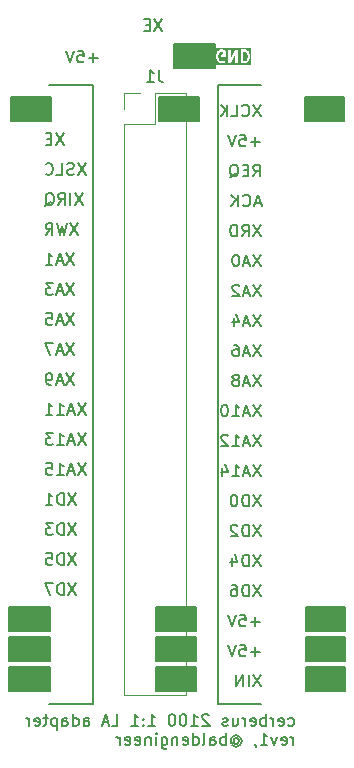
<source format=gbr>
%TF.GenerationSoftware,KiCad,Pcbnew,8.0.1*%
%TF.CreationDate,2024-04-11T20:05:41-05:00*%
%TF.ProjectId,One-to-One LA Adapter,4f6e652d-746f-42d4-9f6e-65204c412041,rev?*%
%TF.SameCoordinates,Original*%
%TF.FileFunction,Legend,Bot*%
%TF.FilePolarity,Positive*%
%FSLAX46Y46*%
G04 Gerber Fmt 4.6, Leading zero omitted, Abs format (unit mm)*
G04 Created by KiCad (PCBNEW 8.0.1) date 2024-04-11 20:05:41*
%MOMM*%
%LPD*%
G01*
G04 APERTURE LIST*
%ADD10C,0.150000*%
%ADD11C,0.200000*%
%ADD12C,0.120000*%
G04 APERTURE END LIST*
D10*
X162429649Y-118227256D02*
X162524887Y-118274875D01*
X162524887Y-118274875D02*
X162715363Y-118274875D01*
X162715363Y-118274875D02*
X162810601Y-118227256D01*
X162810601Y-118227256D02*
X162858220Y-118179636D01*
X162858220Y-118179636D02*
X162905839Y-118084398D01*
X162905839Y-118084398D02*
X162905839Y-117798684D01*
X162905839Y-117798684D02*
X162858220Y-117703446D01*
X162858220Y-117703446D02*
X162810601Y-117655827D01*
X162810601Y-117655827D02*
X162715363Y-117608208D01*
X162715363Y-117608208D02*
X162524887Y-117608208D01*
X162524887Y-117608208D02*
X162429649Y-117655827D01*
X161620125Y-118227256D02*
X161715363Y-118274875D01*
X161715363Y-118274875D02*
X161905839Y-118274875D01*
X161905839Y-118274875D02*
X162001077Y-118227256D01*
X162001077Y-118227256D02*
X162048696Y-118132017D01*
X162048696Y-118132017D02*
X162048696Y-117751065D01*
X162048696Y-117751065D02*
X162001077Y-117655827D01*
X162001077Y-117655827D02*
X161905839Y-117608208D01*
X161905839Y-117608208D02*
X161715363Y-117608208D01*
X161715363Y-117608208D02*
X161620125Y-117655827D01*
X161620125Y-117655827D02*
X161572506Y-117751065D01*
X161572506Y-117751065D02*
X161572506Y-117846303D01*
X161572506Y-117846303D02*
X162048696Y-117941541D01*
X161143934Y-118274875D02*
X161143934Y-117608208D01*
X161143934Y-117798684D02*
X161096315Y-117703446D01*
X161096315Y-117703446D02*
X161048696Y-117655827D01*
X161048696Y-117655827D02*
X160953458Y-117608208D01*
X160953458Y-117608208D02*
X160858220Y-117608208D01*
X160524886Y-118274875D02*
X160524886Y-117274875D01*
X160524886Y-117655827D02*
X160429648Y-117608208D01*
X160429648Y-117608208D02*
X160239172Y-117608208D01*
X160239172Y-117608208D02*
X160143934Y-117655827D01*
X160143934Y-117655827D02*
X160096315Y-117703446D01*
X160096315Y-117703446D02*
X160048696Y-117798684D01*
X160048696Y-117798684D02*
X160048696Y-118084398D01*
X160048696Y-118084398D02*
X160096315Y-118179636D01*
X160096315Y-118179636D02*
X160143934Y-118227256D01*
X160143934Y-118227256D02*
X160239172Y-118274875D01*
X160239172Y-118274875D02*
X160429648Y-118274875D01*
X160429648Y-118274875D02*
X160524886Y-118227256D01*
X159239172Y-118227256D02*
X159334410Y-118274875D01*
X159334410Y-118274875D02*
X159524886Y-118274875D01*
X159524886Y-118274875D02*
X159620124Y-118227256D01*
X159620124Y-118227256D02*
X159667743Y-118132017D01*
X159667743Y-118132017D02*
X159667743Y-117751065D01*
X159667743Y-117751065D02*
X159620124Y-117655827D01*
X159620124Y-117655827D02*
X159524886Y-117608208D01*
X159524886Y-117608208D02*
X159334410Y-117608208D01*
X159334410Y-117608208D02*
X159239172Y-117655827D01*
X159239172Y-117655827D02*
X159191553Y-117751065D01*
X159191553Y-117751065D02*
X159191553Y-117846303D01*
X159191553Y-117846303D02*
X159667743Y-117941541D01*
X158762981Y-118274875D02*
X158762981Y-117608208D01*
X158762981Y-117798684D02*
X158715362Y-117703446D01*
X158715362Y-117703446D02*
X158667743Y-117655827D01*
X158667743Y-117655827D02*
X158572505Y-117608208D01*
X158572505Y-117608208D02*
X158477267Y-117608208D01*
X157715362Y-117608208D02*
X157715362Y-118274875D01*
X158143933Y-117608208D02*
X158143933Y-118132017D01*
X158143933Y-118132017D02*
X158096314Y-118227256D01*
X158096314Y-118227256D02*
X158001076Y-118274875D01*
X158001076Y-118274875D02*
X157858219Y-118274875D01*
X157858219Y-118274875D02*
X157762981Y-118227256D01*
X157762981Y-118227256D02*
X157715362Y-118179636D01*
X157286790Y-118227256D02*
X157191552Y-118274875D01*
X157191552Y-118274875D02*
X157001076Y-118274875D01*
X157001076Y-118274875D02*
X156905838Y-118227256D01*
X156905838Y-118227256D02*
X156858219Y-118132017D01*
X156858219Y-118132017D02*
X156858219Y-118084398D01*
X156858219Y-118084398D02*
X156905838Y-117989160D01*
X156905838Y-117989160D02*
X157001076Y-117941541D01*
X157001076Y-117941541D02*
X157143933Y-117941541D01*
X157143933Y-117941541D02*
X157239171Y-117893922D01*
X157239171Y-117893922D02*
X157286790Y-117798684D01*
X157286790Y-117798684D02*
X157286790Y-117751065D01*
X157286790Y-117751065D02*
X157239171Y-117655827D01*
X157239171Y-117655827D02*
X157143933Y-117608208D01*
X157143933Y-117608208D02*
X157001076Y-117608208D01*
X157001076Y-117608208D02*
X156905838Y-117655827D01*
X155715361Y-117370113D02*
X155667742Y-117322494D01*
X155667742Y-117322494D02*
X155572504Y-117274875D01*
X155572504Y-117274875D02*
X155334409Y-117274875D01*
X155334409Y-117274875D02*
X155239171Y-117322494D01*
X155239171Y-117322494D02*
X155191552Y-117370113D01*
X155191552Y-117370113D02*
X155143933Y-117465351D01*
X155143933Y-117465351D02*
X155143933Y-117560589D01*
X155143933Y-117560589D02*
X155191552Y-117703446D01*
X155191552Y-117703446D02*
X155762980Y-118274875D01*
X155762980Y-118274875D02*
X155143933Y-118274875D01*
X154191552Y-118274875D02*
X154762980Y-118274875D01*
X154477266Y-118274875D02*
X154477266Y-117274875D01*
X154477266Y-117274875D02*
X154572504Y-117417732D01*
X154572504Y-117417732D02*
X154667742Y-117512970D01*
X154667742Y-117512970D02*
X154762980Y-117560589D01*
X153572504Y-117274875D02*
X153477266Y-117274875D01*
X153477266Y-117274875D02*
X153382028Y-117322494D01*
X153382028Y-117322494D02*
X153334409Y-117370113D01*
X153334409Y-117370113D02*
X153286790Y-117465351D01*
X153286790Y-117465351D02*
X153239171Y-117655827D01*
X153239171Y-117655827D02*
X153239171Y-117893922D01*
X153239171Y-117893922D02*
X153286790Y-118084398D01*
X153286790Y-118084398D02*
X153334409Y-118179636D01*
X153334409Y-118179636D02*
X153382028Y-118227256D01*
X153382028Y-118227256D02*
X153477266Y-118274875D01*
X153477266Y-118274875D02*
X153572504Y-118274875D01*
X153572504Y-118274875D02*
X153667742Y-118227256D01*
X153667742Y-118227256D02*
X153715361Y-118179636D01*
X153715361Y-118179636D02*
X153762980Y-118084398D01*
X153762980Y-118084398D02*
X153810599Y-117893922D01*
X153810599Y-117893922D02*
X153810599Y-117655827D01*
X153810599Y-117655827D02*
X153762980Y-117465351D01*
X153762980Y-117465351D02*
X153715361Y-117370113D01*
X153715361Y-117370113D02*
X153667742Y-117322494D01*
X153667742Y-117322494D02*
X153572504Y-117274875D01*
X152620123Y-117274875D02*
X152524885Y-117274875D01*
X152524885Y-117274875D02*
X152429647Y-117322494D01*
X152429647Y-117322494D02*
X152382028Y-117370113D01*
X152382028Y-117370113D02*
X152334409Y-117465351D01*
X152334409Y-117465351D02*
X152286790Y-117655827D01*
X152286790Y-117655827D02*
X152286790Y-117893922D01*
X152286790Y-117893922D02*
X152334409Y-118084398D01*
X152334409Y-118084398D02*
X152382028Y-118179636D01*
X152382028Y-118179636D02*
X152429647Y-118227256D01*
X152429647Y-118227256D02*
X152524885Y-118274875D01*
X152524885Y-118274875D02*
X152620123Y-118274875D01*
X152620123Y-118274875D02*
X152715361Y-118227256D01*
X152715361Y-118227256D02*
X152762980Y-118179636D01*
X152762980Y-118179636D02*
X152810599Y-118084398D01*
X152810599Y-118084398D02*
X152858218Y-117893922D01*
X152858218Y-117893922D02*
X152858218Y-117655827D01*
X152858218Y-117655827D02*
X152810599Y-117465351D01*
X152810599Y-117465351D02*
X152762980Y-117370113D01*
X152762980Y-117370113D02*
X152715361Y-117322494D01*
X152715361Y-117322494D02*
X152620123Y-117274875D01*
X150572504Y-118274875D02*
X151143932Y-118274875D01*
X150858218Y-118274875D02*
X150858218Y-117274875D01*
X150858218Y-117274875D02*
X150953456Y-117417732D01*
X150953456Y-117417732D02*
X151048694Y-117512970D01*
X151048694Y-117512970D02*
X151143932Y-117560589D01*
X150143932Y-118179636D02*
X150096313Y-118227256D01*
X150096313Y-118227256D02*
X150143932Y-118274875D01*
X150143932Y-118274875D02*
X150191551Y-118227256D01*
X150191551Y-118227256D02*
X150143932Y-118179636D01*
X150143932Y-118179636D02*
X150143932Y-118274875D01*
X150143932Y-117655827D02*
X150096313Y-117703446D01*
X150096313Y-117703446D02*
X150143932Y-117751065D01*
X150143932Y-117751065D02*
X150191551Y-117703446D01*
X150191551Y-117703446D02*
X150143932Y-117655827D01*
X150143932Y-117655827D02*
X150143932Y-117751065D01*
X149143933Y-118274875D02*
X149715361Y-118274875D01*
X149429647Y-118274875D02*
X149429647Y-117274875D01*
X149429647Y-117274875D02*
X149524885Y-117417732D01*
X149524885Y-117417732D02*
X149620123Y-117512970D01*
X149620123Y-117512970D02*
X149715361Y-117560589D01*
X147477266Y-118274875D02*
X147953456Y-118274875D01*
X147953456Y-118274875D02*
X147953456Y-117274875D01*
X147191551Y-117989160D02*
X146715361Y-117989160D01*
X147286789Y-118274875D02*
X146953456Y-117274875D01*
X146953456Y-117274875D02*
X146620123Y-118274875D01*
X145096313Y-118274875D02*
X145096313Y-117751065D01*
X145096313Y-117751065D02*
X145143932Y-117655827D01*
X145143932Y-117655827D02*
X145239170Y-117608208D01*
X145239170Y-117608208D02*
X145429646Y-117608208D01*
X145429646Y-117608208D02*
X145524884Y-117655827D01*
X145096313Y-118227256D02*
X145191551Y-118274875D01*
X145191551Y-118274875D02*
X145429646Y-118274875D01*
X145429646Y-118274875D02*
X145524884Y-118227256D01*
X145524884Y-118227256D02*
X145572503Y-118132017D01*
X145572503Y-118132017D02*
X145572503Y-118036779D01*
X145572503Y-118036779D02*
X145524884Y-117941541D01*
X145524884Y-117941541D02*
X145429646Y-117893922D01*
X145429646Y-117893922D02*
X145191551Y-117893922D01*
X145191551Y-117893922D02*
X145096313Y-117846303D01*
X144191551Y-118274875D02*
X144191551Y-117274875D01*
X144191551Y-118227256D02*
X144286789Y-118274875D01*
X144286789Y-118274875D02*
X144477265Y-118274875D01*
X144477265Y-118274875D02*
X144572503Y-118227256D01*
X144572503Y-118227256D02*
X144620122Y-118179636D01*
X144620122Y-118179636D02*
X144667741Y-118084398D01*
X144667741Y-118084398D02*
X144667741Y-117798684D01*
X144667741Y-117798684D02*
X144620122Y-117703446D01*
X144620122Y-117703446D02*
X144572503Y-117655827D01*
X144572503Y-117655827D02*
X144477265Y-117608208D01*
X144477265Y-117608208D02*
X144286789Y-117608208D01*
X144286789Y-117608208D02*
X144191551Y-117655827D01*
X143286789Y-118274875D02*
X143286789Y-117751065D01*
X143286789Y-117751065D02*
X143334408Y-117655827D01*
X143334408Y-117655827D02*
X143429646Y-117608208D01*
X143429646Y-117608208D02*
X143620122Y-117608208D01*
X143620122Y-117608208D02*
X143715360Y-117655827D01*
X143286789Y-118227256D02*
X143382027Y-118274875D01*
X143382027Y-118274875D02*
X143620122Y-118274875D01*
X143620122Y-118274875D02*
X143715360Y-118227256D01*
X143715360Y-118227256D02*
X143762979Y-118132017D01*
X143762979Y-118132017D02*
X143762979Y-118036779D01*
X143762979Y-118036779D02*
X143715360Y-117941541D01*
X143715360Y-117941541D02*
X143620122Y-117893922D01*
X143620122Y-117893922D02*
X143382027Y-117893922D01*
X143382027Y-117893922D02*
X143286789Y-117846303D01*
X142810598Y-117608208D02*
X142810598Y-118608208D01*
X142810598Y-117655827D02*
X142715360Y-117608208D01*
X142715360Y-117608208D02*
X142524884Y-117608208D01*
X142524884Y-117608208D02*
X142429646Y-117655827D01*
X142429646Y-117655827D02*
X142382027Y-117703446D01*
X142382027Y-117703446D02*
X142334408Y-117798684D01*
X142334408Y-117798684D02*
X142334408Y-118084398D01*
X142334408Y-118084398D02*
X142382027Y-118179636D01*
X142382027Y-118179636D02*
X142429646Y-118227256D01*
X142429646Y-118227256D02*
X142524884Y-118274875D01*
X142524884Y-118274875D02*
X142715360Y-118274875D01*
X142715360Y-118274875D02*
X142810598Y-118227256D01*
X142048693Y-117608208D02*
X141667741Y-117608208D01*
X141905836Y-117274875D02*
X141905836Y-118132017D01*
X141905836Y-118132017D02*
X141858217Y-118227256D01*
X141858217Y-118227256D02*
X141762979Y-118274875D01*
X141762979Y-118274875D02*
X141667741Y-118274875D01*
X140953455Y-118227256D02*
X141048693Y-118274875D01*
X141048693Y-118274875D02*
X141239169Y-118274875D01*
X141239169Y-118274875D02*
X141334407Y-118227256D01*
X141334407Y-118227256D02*
X141382026Y-118132017D01*
X141382026Y-118132017D02*
X141382026Y-117751065D01*
X141382026Y-117751065D02*
X141334407Y-117655827D01*
X141334407Y-117655827D02*
X141239169Y-117608208D01*
X141239169Y-117608208D02*
X141048693Y-117608208D01*
X141048693Y-117608208D02*
X140953455Y-117655827D01*
X140953455Y-117655827D02*
X140905836Y-117751065D01*
X140905836Y-117751065D02*
X140905836Y-117846303D01*
X140905836Y-117846303D02*
X141382026Y-117941541D01*
X140477264Y-118274875D02*
X140477264Y-117608208D01*
X140477264Y-117798684D02*
X140429645Y-117703446D01*
X140429645Y-117703446D02*
X140382026Y-117655827D01*
X140382026Y-117655827D02*
X140286788Y-117608208D01*
X140286788Y-117608208D02*
X140191550Y-117608208D01*
X162858220Y-119884819D02*
X162858220Y-119218152D01*
X162858220Y-119408628D02*
X162810601Y-119313390D01*
X162810601Y-119313390D02*
X162762982Y-119265771D01*
X162762982Y-119265771D02*
X162667744Y-119218152D01*
X162667744Y-119218152D02*
X162572506Y-119218152D01*
X161858220Y-119837200D02*
X161953458Y-119884819D01*
X161953458Y-119884819D02*
X162143934Y-119884819D01*
X162143934Y-119884819D02*
X162239172Y-119837200D01*
X162239172Y-119837200D02*
X162286791Y-119741961D01*
X162286791Y-119741961D02*
X162286791Y-119361009D01*
X162286791Y-119361009D02*
X162239172Y-119265771D01*
X162239172Y-119265771D02*
X162143934Y-119218152D01*
X162143934Y-119218152D02*
X161953458Y-119218152D01*
X161953458Y-119218152D02*
X161858220Y-119265771D01*
X161858220Y-119265771D02*
X161810601Y-119361009D01*
X161810601Y-119361009D02*
X161810601Y-119456247D01*
X161810601Y-119456247D02*
X162286791Y-119551485D01*
X161477267Y-119218152D02*
X161239172Y-119884819D01*
X161239172Y-119884819D02*
X161001077Y-119218152D01*
X160096315Y-119884819D02*
X160667743Y-119884819D01*
X160382029Y-119884819D02*
X160382029Y-118884819D01*
X160382029Y-118884819D02*
X160477267Y-119027676D01*
X160477267Y-119027676D02*
X160572505Y-119122914D01*
X160572505Y-119122914D02*
X160667743Y-119170533D01*
X159620124Y-119837200D02*
X159620124Y-119884819D01*
X159620124Y-119884819D02*
X159667743Y-119980057D01*
X159667743Y-119980057D02*
X159715362Y-120027676D01*
X157810601Y-119408628D02*
X157858220Y-119361009D01*
X157858220Y-119361009D02*
X157953458Y-119313390D01*
X157953458Y-119313390D02*
X158048696Y-119313390D01*
X158048696Y-119313390D02*
X158143934Y-119361009D01*
X158143934Y-119361009D02*
X158191553Y-119408628D01*
X158191553Y-119408628D02*
X158239172Y-119503866D01*
X158239172Y-119503866D02*
X158239172Y-119599104D01*
X158239172Y-119599104D02*
X158191553Y-119694342D01*
X158191553Y-119694342D02*
X158143934Y-119741961D01*
X158143934Y-119741961D02*
X158048696Y-119789580D01*
X158048696Y-119789580D02*
X157953458Y-119789580D01*
X157953458Y-119789580D02*
X157858220Y-119741961D01*
X157858220Y-119741961D02*
X157810601Y-119694342D01*
X157810601Y-119313390D02*
X157810601Y-119694342D01*
X157810601Y-119694342D02*
X157762982Y-119741961D01*
X157762982Y-119741961D02*
X157715363Y-119741961D01*
X157715363Y-119741961D02*
X157620124Y-119694342D01*
X157620124Y-119694342D02*
X157572505Y-119599104D01*
X157572505Y-119599104D02*
X157572505Y-119361009D01*
X157572505Y-119361009D02*
X157667744Y-119218152D01*
X157667744Y-119218152D02*
X157810601Y-119122914D01*
X157810601Y-119122914D02*
X158001077Y-119075295D01*
X158001077Y-119075295D02*
X158191553Y-119122914D01*
X158191553Y-119122914D02*
X158334410Y-119218152D01*
X158334410Y-119218152D02*
X158429648Y-119361009D01*
X158429648Y-119361009D02*
X158477267Y-119551485D01*
X158477267Y-119551485D02*
X158429648Y-119741961D01*
X158429648Y-119741961D02*
X158334410Y-119884819D01*
X158334410Y-119884819D02*
X158191553Y-119980057D01*
X158191553Y-119980057D02*
X158001077Y-120027676D01*
X158001077Y-120027676D02*
X157810601Y-119980057D01*
X157810601Y-119980057D02*
X157667744Y-119884819D01*
X157143934Y-119884819D02*
X157143934Y-118884819D01*
X157143934Y-119265771D02*
X157048696Y-119218152D01*
X157048696Y-119218152D02*
X156858220Y-119218152D01*
X156858220Y-119218152D02*
X156762982Y-119265771D01*
X156762982Y-119265771D02*
X156715363Y-119313390D01*
X156715363Y-119313390D02*
X156667744Y-119408628D01*
X156667744Y-119408628D02*
X156667744Y-119694342D01*
X156667744Y-119694342D02*
X156715363Y-119789580D01*
X156715363Y-119789580D02*
X156762982Y-119837200D01*
X156762982Y-119837200D02*
X156858220Y-119884819D01*
X156858220Y-119884819D02*
X157048696Y-119884819D01*
X157048696Y-119884819D02*
X157143934Y-119837200D01*
X155810601Y-119884819D02*
X155810601Y-119361009D01*
X155810601Y-119361009D02*
X155858220Y-119265771D01*
X155858220Y-119265771D02*
X155953458Y-119218152D01*
X155953458Y-119218152D02*
X156143934Y-119218152D01*
X156143934Y-119218152D02*
X156239172Y-119265771D01*
X155810601Y-119837200D02*
X155905839Y-119884819D01*
X155905839Y-119884819D02*
X156143934Y-119884819D01*
X156143934Y-119884819D02*
X156239172Y-119837200D01*
X156239172Y-119837200D02*
X156286791Y-119741961D01*
X156286791Y-119741961D02*
X156286791Y-119646723D01*
X156286791Y-119646723D02*
X156239172Y-119551485D01*
X156239172Y-119551485D02*
X156143934Y-119503866D01*
X156143934Y-119503866D02*
X155905839Y-119503866D01*
X155905839Y-119503866D02*
X155810601Y-119456247D01*
X155191553Y-119884819D02*
X155286791Y-119837200D01*
X155286791Y-119837200D02*
X155334410Y-119741961D01*
X155334410Y-119741961D02*
X155334410Y-118884819D01*
X154382029Y-119884819D02*
X154382029Y-118884819D01*
X154382029Y-119837200D02*
X154477267Y-119884819D01*
X154477267Y-119884819D02*
X154667743Y-119884819D01*
X154667743Y-119884819D02*
X154762981Y-119837200D01*
X154762981Y-119837200D02*
X154810600Y-119789580D01*
X154810600Y-119789580D02*
X154858219Y-119694342D01*
X154858219Y-119694342D02*
X154858219Y-119408628D01*
X154858219Y-119408628D02*
X154810600Y-119313390D01*
X154810600Y-119313390D02*
X154762981Y-119265771D01*
X154762981Y-119265771D02*
X154667743Y-119218152D01*
X154667743Y-119218152D02*
X154477267Y-119218152D01*
X154477267Y-119218152D02*
X154382029Y-119265771D01*
X153524886Y-119837200D02*
X153620124Y-119884819D01*
X153620124Y-119884819D02*
X153810600Y-119884819D01*
X153810600Y-119884819D02*
X153905838Y-119837200D01*
X153905838Y-119837200D02*
X153953457Y-119741961D01*
X153953457Y-119741961D02*
X153953457Y-119361009D01*
X153953457Y-119361009D02*
X153905838Y-119265771D01*
X153905838Y-119265771D02*
X153810600Y-119218152D01*
X153810600Y-119218152D02*
X153620124Y-119218152D01*
X153620124Y-119218152D02*
X153524886Y-119265771D01*
X153524886Y-119265771D02*
X153477267Y-119361009D01*
X153477267Y-119361009D02*
X153477267Y-119456247D01*
X153477267Y-119456247D02*
X153953457Y-119551485D01*
X153048695Y-119218152D02*
X153048695Y-119884819D01*
X153048695Y-119313390D02*
X153001076Y-119265771D01*
X153001076Y-119265771D02*
X152905838Y-119218152D01*
X152905838Y-119218152D02*
X152762981Y-119218152D01*
X152762981Y-119218152D02*
X152667743Y-119265771D01*
X152667743Y-119265771D02*
X152620124Y-119361009D01*
X152620124Y-119361009D02*
X152620124Y-119884819D01*
X151715362Y-119218152D02*
X151715362Y-120027676D01*
X151715362Y-120027676D02*
X151762981Y-120122914D01*
X151762981Y-120122914D02*
X151810600Y-120170533D01*
X151810600Y-120170533D02*
X151905838Y-120218152D01*
X151905838Y-120218152D02*
X152048695Y-120218152D01*
X152048695Y-120218152D02*
X152143933Y-120170533D01*
X151715362Y-119837200D02*
X151810600Y-119884819D01*
X151810600Y-119884819D02*
X152001076Y-119884819D01*
X152001076Y-119884819D02*
X152096314Y-119837200D01*
X152096314Y-119837200D02*
X152143933Y-119789580D01*
X152143933Y-119789580D02*
X152191552Y-119694342D01*
X152191552Y-119694342D02*
X152191552Y-119408628D01*
X152191552Y-119408628D02*
X152143933Y-119313390D01*
X152143933Y-119313390D02*
X152096314Y-119265771D01*
X152096314Y-119265771D02*
X152001076Y-119218152D01*
X152001076Y-119218152D02*
X151810600Y-119218152D01*
X151810600Y-119218152D02*
X151715362Y-119265771D01*
X151239171Y-119884819D02*
X151239171Y-119218152D01*
X151239171Y-118884819D02*
X151286790Y-118932438D01*
X151286790Y-118932438D02*
X151239171Y-118980057D01*
X151239171Y-118980057D02*
X151191552Y-118932438D01*
X151191552Y-118932438D02*
X151239171Y-118884819D01*
X151239171Y-118884819D02*
X151239171Y-118980057D01*
X150762981Y-119218152D02*
X150762981Y-119884819D01*
X150762981Y-119313390D02*
X150715362Y-119265771D01*
X150715362Y-119265771D02*
X150620124Y-119218152D01*
X150620124Y-119218152D02*
X150477267Y-119218152D01*
X150477267Y-119218152D02*
X150382029Y-119265771D01*
X150382029Y-119265771D02*
X150334410Y-119361009D01*
X150334410Y-119361009D02*
X150334410Y-119884819D01*
X149477267Y-119837200D02*
X149572505Y-119884819D01*
X149572505Y-119884819D02*
X149762981Y-119884819D01*
X149762981Y-119884819D02*
X149858219Y-119837200D01*
X149858219Y-119837200D02*
X149905838Y-119741961D01*
X149905838Y-119741961D02*
X149905838Y-119361009D01*
X149905838Y-119361009D02*
X149858219Y-119265771D01*
X149858219Y-119265771D02*
X149762981Y-119218152D01*
X149762981Y-119218152D02*
X149572505Y-119218152D01*
X149572505Y-119218152D02*
X149477267Y-119265771D01*
X149477267Y-119265771D02*
X149429648Y-119361009D01*
X149429648Y-119361009D02*
X149429648Y-119456247D01*
X149429648Y-119456247D02*
X149905838Y-119551485D01*
X148620124Y-119837200D02*
X148715362Y-119884819D01*
X148715362Y-119884819D02*
X148905838Y-119884819D01*
X148905838Y-119884819D02*
X149001076Y-119837200D01*
X149001076Y-119837200D02*
X149048695Y-119741961D01*
X149048695Y-119741961D02*
X149048695Y-119361009D01*
X149048695Y-119361009D02*
X149001076Y-119265771D01*
X149001076Y-119265771D02*
X148905838Y-119218152D01*
X148905838Y-119218152D02*
X148715362Y-119218152D01*
X148715362Y-119218152D02*
X148620124Y-119265771D01*
X148620124Y-119265771D02*
X148572505Y-119361009D01*
X148572505Y-119361009D02*
X148572505Y-119456247D01*
X148572505Y-119456247D02*
X149048695Y-119551485D01*
X148143933Y-119884819D02*
X148143933Y-119218152D01*
X148143933Y-119408628D02*
X148096314Y-119313390D01*
X148096314Y-119313390D02*
X148048695Y-119265771D01*
X148048695Y-119265771D02*
X147953457Y-119218152D01*
X147953457Y-119218152D02*
X147858219Y-119218152D01*
X156464000Y-64008000D02*
X160147000Y-64008000D01*
X160147000Y-116459000D02*
X156464000Y-116459000D01*
X156464000Y-116459000D02*
X156464000Y-64008000D01*
X145859500Y-116459000D02*
X142176500Y-116459000D01*
X145859500Y-64008000D02*
X145859500Y-116459000D01*
X142176500Y-64008000D02*
X145859500Y-64008000D01*
D11*
X160078945Y-74003504D02*
X159602755Y-74003504D01*
X160174183Y-74289219D02*
X159840850Y-73289219D01*
X159840850Y-73289219D02*
X159507517Y-74289219D01*
X158602755Y-74193980D02*
X158650374Y-74241600D01*
X158650374Y-74241600D02*
X158793231Y-74289219D01*
X158793231Y-74289219D02*
X158888469Y-74289219D01*
X158888469Y-74289219D02*
X159031326Y-74241600D01*
X159031326Y-74241600D02*
X159126564Y-74146361D01*
X159126564Y-74146361D02*
X159174183Y-74051123D01*
X159174183Y-74051123D02*
X159221802Y-73860647D01*
X159221802Y-73860647D02*
X159221802Y-73717790D01*
X159221802Y-73717790D02*
X159174183Y-73527314D01*
X159174183Y-73527314D02*
X159126564Y-73432076D01*
X159126564Y-73432076D02*
X159031326Y-73336838D01*
X159031326Y-73336838D02*
X158888469Y-73289219D01*
X158888469Y-73289219D02*
X158793231Y-73289219D01*
X158793231Y-73289219D02*
X158650374Y-73336838D01*
X158650374Y-73336838D02*
X158602755Y-73384457D01*
X158174183Y-74289219D02*
X158174183Y-73289219D01*
X157602755Y-74289219D02*
X158031326Y-73717790D01*
X157602755Y-73289219D02*
X158174183Y-73860647D01*
X160126564Y-80909219D02*
X159459898Y-81909219D01*
X159459898Y-80909219D02*
X160126564Y-81909219D01*
X159126564Y-81623504D02*
X158650374Y-81623504D01*
X159221802Y-81909219D02*
X158888469Y-80909219D01*
X158888469Y-80909219D02*
X158555136Y-81909219D01*
X158269421Y-81004457D02*
X158221802Y-80956838D01*
X158221802Y-80956838D02*
X158126564Y-80909219D01*
X158126564Y-80909219D02*
X157888469Y-80909219D01*
X157888469Y-80909219D02*
X157793231Y-80956838D01*
X157793231Y-80956838D02*
X157745612Y-81004457D01*
X157745612Y-81004457D02*
X157697993Y-81099695D01*
X157697993Y-81099695D02*
X157697993Y-81194933D01*
X157697993Y-81194933D02*
X157745612Y-81337790D01*
X157745612Y-81337790D02*
X158317040Y-81909219D01*
X158317040Y-81909219D02*
X157697993Y-81909219D01*
X160126564Y-91069219D02*
X159459898Y-92069219D01*
X159459898Y-91069219D02*
X160126564Y-92069219D01*
X159126564Y-91783504D02*
X158650374Y-91783504D01*
X159221802Y-92069219D02*
X158888469Y-91069219D01*
X158888469Y-91069219D02*
X158555136Y-92069219D01*
X157697993Y-92069219D02*
X158269421Y-92069219D01*
X157983707Y-92069219D02*
X157983707Y-91069219D01*
X157983707Y-91069219D02*
X158078945Y-91212076D01*
X158078945Y-91212076D02*
X158174183Y-91307314D01*
X158174183Y-91307314D02*
X158269421Y-91354933D01*
X157078945Y-91069219D02*
X156983707Y-91069219D01*
X156983707Y-91069219D02*
X156888469Y-91116838D01*
X156888469Y-91116838D02*
X156840850Y-91164457D01*
X156840850Y-91164457D02*
X156793231Y-91259695D01*
X156793231Y-91259695D02*
X156745612Y-91450171D01*
X156745612Y-91450171D02*
X156745612Y-91688266D01*
X156745612Y-91688266D02*
X156793231Y-91878742D01*
X156793231Y-91878742D02*
X156840850Y-91973980D01*
X156840850Y-91973980D02*
X156888469Y-92021600D01*
X156888469Y-92021600D02*
X156983707Y-92069219D01*
X156983707Y-92069219D02*
X157078945Y-92069219D01*
X157078945Y-92069219D02*
X157174183Y-92021600D01*
X157174183Y-92021600D02*
X157221802Y-91973980D01*
X157221802Y-91973980D02*
X157269421Y-91878742D01*
X157269421Y-91878742D02*
X157317040Y-91688266D01*
X157317040Y-91688266D02*
X157317040Y-91450171D01*
X157317040Y-91450171D02*
X157269421Y-91259695D01*
X157269421Y-91259695D02*
X157221802Y-91164457D01*
X157221802Y-91164457D02*
X157174183Y-91116838D01*
X157174183Y-91116838D02*
X157078945Y-91069219D01*
X160031326Y-112008266D02*
X159269422Y-112008266D01*
X159650374Y-112389219D02*
X159650374Y-111627314D01*
X158317041Y-111389219D02*
X158793231Y-111389219D01*
X158793231Y-111389219D02*
X158840850Y-111865409D01*
X158840850Y-111865409D02*
X158793231Y-111817790D01*
X158793231Y-111817790D02*
X158697993Y-111770171D01*
X158697993Y-111770171D02*
X158459898Y-111770171D01*
X158459898Y-111770171D02*
X158364660Y-111817790D01*
X158364660Y-111817790D02*
X158317041Y-111865409D01*
X158317041Y-111865409D02*
X158269422Y-111960647D01*
X158269422Y-111960647D02*
X158269422Y-112198742D01*
X158269422Y-112198742D02*
X158317041Y-112293980D01*
X158317041Y-112293980D02*
X158364660Y-112341600D01*
X158364660Y-112341600D02*
X158459898Y-112389219D01*
X158459898Y-112389219D02*
X158697993Y-112389219D01*
X158697993Y-112389219D02*
X158793231Y-112341600D01*
X158793231Y-112341600D02*
X158840850Y-112293980D01*
X157983707Y-111389219D02*
X157650374Y-112389219D01*
X157650374Y-112389219D02*
X157317041Y-111389219D01*
X160126564Y-96149219D02*
X159459898Y-97149219D01*
X159459898Y-96149219D02*
X160126564Y-97149219D01*
X159126564Y-96863504D02*
X158650374Y-96863504D01*
X159221802Y-97149219D02*
X158888469Y-96149219D01*
X158888469Y-96149219D02*
X158555136Y-97149219D01*
X157697993Y-97149219D02*
X158269421Y-97149219D01*
X157983707Y-97149219D02*
X157983707Y-96149219D01*
X157983707Y-96149219D02*
X158078945Y-96292076D01*
X158078945Y-96292076D02*
X158174183Y-96387314D01*
X158174183Y-96387314D02*
X158269421Y-96434933D01*
X156840850Y-96482552D02*
X156840850Y-97149219D01*
X157078945Y-96101600D02*
X157317040Y-96815885D01*
X157317040Y-96815885D02*
X156697993Y-96815885D01*
X160126564Y-78369219D02*
X159459898Y-79369219D01*
X159459898Y-78369219D02*
X160126564Y-79369219D01*
X159126564Y-79083504D02*
X158650374Y-79083504D01*
X159221802Y-79369219D02*
X158888469Y-78369219D01*
X158888469Y-78369219D02*
X158555136Y-79369219D01*
X158031326Y-78369219D02*
X157936088Y-78369219D01*
X157936088Y-78369219D02*
X157840850Y-78416838D01*
X157840850Y-78416838D02*
X157793231Y-78464457D01*
X157793231Y-78464457D02*
X157745612Y-78559695D01*
X157745612Y-78559695D02*
X157697993Y-78750171D01*
X157697993Y-78750171D02*
X157697993Y-78988266D01*
X157697993Y-78988266D02*
X157745612Y-79178742D01*
X157745612Y-79178742D02*
X157793231Y-79273980D01*
X157793231Y-79273980D02*
X157840850Y-79321600D01*
X157840850Y-79321600D02*
X157936088Y-79369219D01*
X157936088Y-79369219D02*
X158031326Y-79369219D01*
X158031326Y-79369219D02*
X158126564Y-79321600D01*
X158126564Y-79321600D02*
X158174183Y-79273980D01*
X158174183Y-79273980D02*
X158221802Y-79178742D01*
X158221802Y-79178742D02*
X158269421Y-78988266D01*
X158269421Y-78988266D02*
X158269421Y-78750171D01*
X158269421Y-78750171D02*
X158221802Y-78559695D01*
X158221802Y-78559695D02*
X158174183Y-78464457D01*
X158174183Y-78464457D02*
X158126564Y-78416838D01*
X158126564Y-78416838D02*
X158031326Y-78369219D01*
X160126564Y-88529219D02*
X159459898Y-89529219D01*
X159459898Y-88529219D02*
X160126564Y-89529219D01*
X159126564Y-89243504D02*
X158650374Y-89243504D01*
X159221802Y-89529219D02*
X158888469Y-88529219D01*
X158888469Y-88529219D02*
X158555136Y-89529219D01*
X158078945Y-88957790D02*
X158174183Y-88910171D01*
X158174183Y-88910171D02*
X158221802Y-88862552D01*
X158221802Y-88862552D02*
X158269421Y-88767314D01*
X158269421Y-88767314D02*
X158269421Y-88719695D01*
X158269421Y-88719695D02*
X158221802Y-88624457D01*
X158221802Y-88624457D02*
X158174183Y-88576838D01*
X158174183Y-88576838D02*
X158078945Y-88529219D01*
X158078945Y-88529219D02*
X157888469Y-88529219D01*
X157888469Y-88529219D02*
X157793231Y-88576838D01*
X157793231Y-88576838D02*
X157745612Y-88624457D01*
X157745612Y-88624457D02*
X157697993Y-88719695D01*
X157697993Y-88719695D02*
X157697993Y-88767314D01*
X157697993Y-88767314D02*
X157745612Y-88862552D01*
X157745612Y-88862552D02*
X157793231Y-88910171D01*
X157793231Y-88910171D02*
X157888469Y-88957790D01*
X157888469Y-88957790D02*
X158078945Y-88957790D01*
X158078945Y-88957790D02*
X158174183Y-89005409D01*
X158174183Y-89005409D02*
X158221802Y-89053028D01*
X158221802Y-89053028D02*
X158269421Y-89148266D01*
X158269421Y-89148266D02*
X158269421Y-89338742D01*
X158269421Y-89338742D02*
X158221802Y-89433980D01*
X158221802Y-89433980D02*
X158174183Y-89481600D01*
X158174183Y-89481600D02*
X158078945Y-89529219D01*
X158078945Y-89529219D02*
X157888469Y-89529219D01*
X157888469Y-89529219D02*
X157793231Y-89481600D01*
X157793231Y-89481600D02*
X157745612Y-89433980D01*
X157745612Y-89433980D02*
X157697993Y-89338742D01*
X157697993Y-89338742D02*
X157697993Y-89148266D01*
X157697993Y-89148266D02*
X157745612Y-89053028D01*
X157745612Y-89053028D02*
X157793231Y-89005409D01*
X157793231Y-89005409D02*
X157888469Y-88957790D01*
X159459898Y-71749219D02*
X159793231Y-71273028D01*
X160031326Y-71749219D02*
X160031326Y-70749219D01*
X160031326Y-70749219D02*
X159650374Y-70749219D01*
X159650374Y-70749219D02*
X159555136Y-70796838D01*
X159555136Y-70796838D02*
X159507517Y-70844457D01*
X159507517Y-70844457D02*
X159459898Y-70939695D01*
X159459898Y-70939695D02*
X159459898Y-71082552D01*
X159459898Y-71082552D02*
X159507517Y-71177790D01*
X159507517Y-71177790D02*
X159555136Y-71225409D01*
X159555136Y-71225409D02*
X159650374Y-71273028D01*
X159650374Y-71273028D02*
X160031326Y-71273028D01*
X159031326Y-71225409D02*
X158697993Y-71225409D01*
X158555136Y-71749219D02*
X159031326Y-71749219D01*
X159031326Y-71749219D02*
X159031326Y-70749219D01*
X159031326Y-70749219D02*
X158555136Y-70749219D01*
X157459898Y-71844457D02*
X157555136Y-71796838D01*
X157555136Y-71796838D02*
X157650374Y-71701600D01*
X157650374Y-71701600D02*
X157793231Y-71558742D01*
X157793231Y-71558742D02*
X157888469Y-71511123D01*
X157888469Y-71511123D02*
X157983707Y-71511123D01*
X157936088Y-71749219D02*
X158031326Y-71701600D01*
X158031326Y-71701600D02*
X158126564Y-71606361D01*
X158126564Y-71606361D02*
X158174183Y-71415885D01*
X158174183Y-71415885D02*
X158174183Y-71082552D01*
X158174183Y-71082552D02*
X158126564Y-70892076D01*
X158126564Y-70892076D02*
X158031326Y-70796838D01*
X158031326Y-70796838D02*
X157936088Y-70749219D01*
X157936088Y-70749219D02*
X157745612Y-70749219D01*
X157745612Y-70749219D02*
X157650374Y-70796838D01*
X157650374Y-70796838D02*
X157555136Y-70892076D01*
X157555136Y-70892076D02*
X157507517Y-71082552D01*
X157507517Y-71082552D02*
X157507517Y-71415885D01*
X157507517Y-71415885D02*
X157555136Y-71606361D01*
X157555136Y-71606361D02*
X157650374Y-71701600D01*
X157650374Y-71701600D02*
X157745612Y-71749219D01*
X157745612Y-71749219D02*
X157936088Y-71749219D01*
X160031326Y-68828266D02*
X159269422Y-68828266D01*
X159650374Y-69209219D02*
X159650374Y-68447314D01*
X158317041Y-68209219D02*
X158793231Y-68209219D01*
X158793231Y-68209219D02*
X158840850Y-68685409D01*
X158840850Y-68685409D02*
X158793231Y-68637790D01*
X158793231Y-68637790D02*
X158697993Y-68590171D01*
X158697993Y-68590171D02*
X158459898Y-68590171D01*
X158459898Y-68590171D02*
X158364660Y-68637790D01*
X158364660Y-68637790D02*
X158317041Y-68685409D01*
X158317041Y-68685409D02*
X158269422Y-68780647D01*
X158269422Y-68780647D02*
X158269422Y-69018742D01*
X158269422Y-69018742D02*
X158317041Y-69113980D01*
X158317041Y-69113980D02*
X158364660Y-69161600D01*
X158364660Y-69161600D02*
X158459898Y-69209219D01*
X158459898Y-69209219D02*
X158697993Y-69209219D01*
X158697993Y-69209219D02*
X158793231Y-69161600D01*
X158793231Y-69161600D02*
X158840850Y-69113980D01*
X157983707Y-68209219D02*
X157650374Y-69209219D01*
X157650374Y-69209219D02*
X157317041Y-68209219D01*
X160126564Y-85989219D02*
X159459898Y-86989219D01*
X159459898Y-85989219D02*
X160126564Y-86989219D01*
X159126564Y-86703504D02*
X158650374Y-86703504D01*
X159221802Y-86989219D02*
X158888469Y-85989219D01*
X158888469Y-85989219D02*
X158555136Y-86989219D01*
X157793231Y-85989219D02*
X157983707Y-85989219D01*
X157983707Y-85989219D02*
X158078945Y-86036838D01*
X158078945Y-86036838D02*
X158126564Y-86084457D01*
X158126564Y-86084457D02*
X158221802Y-86227314D01*
X158221802Y-86227314D02*
X158269421Y-86417790D01*
X158269421Y-86417790D02*
X158269421Y-86798742D01*
X158269421Y-86798742D02*
X158221802Y-86893980D01*
X158221802Y-86893980D02*
X158174183Y-86941600D01*
X158174183Y-86941600D02*
X158078945Y-86989219D01*
X158078945Y-86989219D02*
X157888469Y-86989219D01*
X157888469Y-86989219D02*
X157793231Y-86941600D01*
X157793231Y-86941600D02*
X157745612Y-86893980D01*
X157745612Y-86893980D02*
X157697993Y-86798742D01*
X157697993Y-86798742D02*
X157697993Y-86560647D01*
X157697993Y-86560647D02*
X157745612Y-86465409D01*
X157745612Y-86465409D02*
X157793231Y-86417790D01*
X157793231Y-86417790D02*
X157888469Y-86370171D01*
X157888469Y-86370171D02*
X158078945Y-86370171D01*
X158078945Y-86370171D02*
X158174183Y-86417790D01*
X158174183Y-86417790D02*
X158221802Y-86465409D01*
X158221802Y-86465409D02*
X158269421Y-86560647D01*
X160126564Y-113929219D02*
X159459898Y-114929219D01*
X159459898Y-113929219D02*
X160126564Y-114929219D01*
X159078945Y-114929219D02*
X159078945Y-113929219D01*
X158602755Y-114929219D02*
X158602755Y-113929219D01*
X158602755Y-113929219D02*
X158031327Y-114929219D01*
X158031327Y-114929219D02*
X158031327Y-113929219D01*
X160031326Y-109468266D02*
X159269422Y-109468266D01*
X159650374Y-109849219D02*
X159650374Y-109087314D01*
X158317041Y-108849219D02*
X158793231Y-108849219D01*
X158793231Y-108849219D02*
X158840850Y-109325409D01*
X158840850Y-109325409D02*
X158793231Y-109277790D01*
X158793231Y-109277790D02*
X158697993Y-109230171D01*
X158697993Y-109230171D02*
X158459898Y-109230171D01*
X158459898Y-109230171D02*
X158364660Y-109277790D01*
X158364660Y-109277790D02*
X158317041Y-109325409D01*
X158317041Y-109325409D02*
X158269422Y-109420647D01*
X158269422Y-109420647D02*
X158269422Y-109658742D01*
X158269422Y-109658742D02*
X158317041Y-109753980D01*
X158317041Y-109753980D02*
X158364660Y-109801600D01*
X158364660Y-109801600D02*
X158459898Y-109849219D01*
X158459898Y-109849219D02*
X158697993Y-109849219D01*
X158697993Y-109849219D02*
X158793231Y-109801600D01*
X158793231Y-109801600D02*
X158840850Y-109753980D01*
X157983707Y-108849219D02*
X157650374Y-109849219D01*
X157650374Y-109849219D02*
X157317041Y-108849219D01*
X160126564Y-98689219D02*
X159459898Y-99689219D01*
X159459898Y-98689219D02*
X160126564Y-99689219D01*
X159078945Y-99689219D02*
X159078945Y-98689219D01*
X159078945Y-98689219D02*
X158840850Y-98689219D01*
X158840850Y-98689219D02*
X158697993Y-98736838D01*
X158697993Y-98736838D02*
X158602755Y-98832076D01*
X158602755Y-98832076D02*
X158555136Y-98927314D01*
X158555136Y-98927314D02*
X158507517Y-99117790D01*
X158507517Y-99117790D02*
X158507517Y-99260647D01*
X158507517Y-99260647D02*
X158555136Y-99451123D01*
X158555136Y-99451123D02*
X158602755Y-99546361D01*
X158602755Y-99546361D02*
X158697993Y-99641600D01*
X158697993Y-99641600D02*
X158840850Y-99689219D01*
X158840850Y-99689219D02*
X159078945Y-99689219D01*
X157888469Y-98689219D02*
X157793231Y-98689219D01*
X157793231Y-98689219D02*
X157697993Y-98736838D01*
X157697993Y-98736838D02*
X157650374Y-98784457D01*
X157650374Y-98784457D02*
X157602755Y-98879695D01*
X157602755Y-98879695D02*
X157555136Y-99070171D01*
X157555136Y-99070171D02*
X157555136Y-99308266D01*
X157555136Y-99308266D02*
X157602755Y-99498742D01*
X157602755Y-99498742D02*
X157650374Y-99593980D01*
X157650374Y-99593980D02*
X157697993Y-99641600D01*
X157697993Y-99641600D02*
X157793231Y-99689219D01*
X157793231Y-99689219D02*
X157888469Y-99689219D01*
X157888469Y-99689219D02*
X157983707Y-99641600D01*
X157983707Y-99641600D02*
X158031326Y-99593980D01*
X158031326Y-99593980D02*
X158078945Y-99498742D01*
X158078945Y-99498742D02*
X158126564Y-99308266D01*
X158126564Y-99308266D02*
X158126564Y-99070171D01*
X158126564Y-99070171D02*
X158078945Y-98879695D01*
X158078945Y-98879695D02*
X158031326Y-98784457D01*
X158031326Y-98784457D02*
X157983707Y-98736838D01*
X157983707Y-98736838D02*
X157888469Y-98689219D01*
X160126564Y-103769219D02*
X159459898Y-104769219D01*
X159459898Y-103769219D02*
X160126564Y-104769219D01*
X159078945Y-104769219D02*
X159078945Y-103769219D01*
X159078945Y-103769219D02*
X158840850Y-103769219D01*
X158840850Y-103769219D02*
X158697993Y-103816838D01*
X158697993Y-103816838D02*
X158602755Y-103912076D01*
X158602755Y-103912076D02*
X158555136Y-104007314D01*
X158555136Y-104007314D02*
X158507517Y-104197790D01*
X158507517Y-104197790D02*
X158507517Y-104340647D01*
X158507517Y-104340647D02*
X158555136Y-104531123D01*
X158555136Y-104531123D02*
X158602755Y-104626361D01*
X158602755Y-104626361D02*
X158697993Y-104721600D01*
X158697993Y-104721600D02*
X158840850Y-104769219D01*
X158840850Y-104769219D02*
X159078945Y-104769219D01*
X157650374Y-104102552D02*
X157650374Y-104769219D01*
X157888469Y-103721600D02*
X158126564Y-104435885D01*
X158126564Y-104435885D02*
X157507517Y-104435885D01*
X160126564Y-75829219D02*
X159459898Y-76829219D01*
X159459898Y-75829219D02*
X160126564Y-76829219D01*
X158507517Y-76829219D02*
X158840850Y-76353028D01*
X159078945Y-76829219D02*
X159078945Y-75829219D01*
X159078945Y-75829219D02*
X158697993Y-75829219D01*
X158697993Y-75829219D02*
X158602755Y-75876838D01*
X158602755Y-75876838D02*
X158555136Y-75924457D01*
X158555136Y-75924457D02*
X158507517Y-76019695D01*
X158507517Y-76019695D02*
X158507517Y-76162552D01*
X158507517Y-76162552D02*
X158555136Y-76257790D01*
X158555136Y-76257790D02*
X158602755Y-76305409D01*
X158602755Y-76305409D02*
X158697993Y-76353028D01*
X158697993Y-76353028D02*
X159078945Y-76353028D01*
X158078945Y-76829219D02*
X158078945Y-75829219D01*
X158078945Y-75829219D02*
X157840850Y-75829219D01*
X157840850Y-75829219D02*
X157697993Y-75876838D01*
X157697993Y-75876838D02*
X157602755Y-75972076D01*
X157602755Y-75972076D02*
X157555136Y-76067314D01*
X157555136Y-76067314D02*
X157507517Y-76257790D01*
X157507517Y-76257790D02*
X157507517Y-76400647D01*
X157507517Y-76400647D02*
X157555136Y-76591123D01*
X157555136Y-76591123D02*
X157602755Y-76686361D01*
X157602755Y-76686361D02*
X157697993Y-76781600D01*
X157697993Y-76781600D02*
X157840850Y-76829219D01*
X157840850Y-76829219D02*
X158078945Y-76829219D01*
X160126564Y-65669219D02*
X159459898Y-66669219D01*
X159459898Y-65669219D02*
X160126564Y-66669219D01*
X158507517Y-66573980D02*
X158555136Y-66621600D01*
X158555136Y-66621600D02*
X158697993Y-66669219D01*
X158697993Y-66669219D02*
X158793231Y-66669219D01*
X158793231Y-66669219D02*
X158936088Y-66621600D01*
X158936088Y-66621600D02*
X159031326Y-66526361D01*
X159031326Y-66526361D02*
X159078945Y-66431123D01*
X159078945Y-66431123D02*
X159126564Y-66240647D01*
X159126564Y-66240647D02*
X159126564Y-66097790D01*
X159126564Y-66097790D02*
X159078945Y-65907314D01*
X159078945Y-65907314D02*
X159031326Y-65812076D01*
X159031326Y-65812076D02*
X158936088Y-65716838D01*
X158936088Y-65716838D02*
X158793231Y-65669219D01*
X158793231Y-65669219D02*
X158697993Y-65669219D01*
X158697993Y-65669219D02*
X158555136Y-65716838D01*
X158555136Y-65716838D02*
X158507517Y-65764457D01*
X157602755Y-66669219D02*
X158078945Y-66669219D01*
X158078945Y-66669219D02*
X158078945Y-65669219D01*
X157269421Y-66669219D02*
X157269421Y-65669219D01*
X156697993Y-66669219D02*
X157126564Y-66097790D01*
X156697993Y-65669219D02*
X157269421Y-66240647D01*
X160126564Y-93609219D02*
X159459898Y-94609219D01*
X159459898Y-93609219D02*
X160126564Y-94609219D01*
X159126564Y-94323504D02*
X158650374Y-94323504D01*
X159221802Y-94609219D02*
X158888469Y-93609219D01*
X158888469Y-93609219D02*
X158555136Y-94609219D01*
X157697993Y-94609219D02*
X158269421Y-94609219D01*
X157983707Y-94609219D02*
X157983707Y-93609219D01*
X157983707Y-93609219D02*
X158078945Y-93752076D01*
X158078945Y-93752076D02*
X158174183Y-93847314D01*
X158174183Y-93847314D02*
X158269421Y-93894933D01*
X157317040Y-93704457D02*
X157269421Y-93656838D01*
X157269421Y-93656838D02*
X157174183Y-93609219D01*
X157174183Y-93609219D02*
X156936088Y-93609219D01*
X156936088Y-93609219D02*
X156840850Y-93656838D01*
X156840850Y-93656838D02*
X156793231Y-93704457D01*
X156793231Y-93704457D02*
X156745612Y-93799695D01*
X156745612Y-93799695D02*
X156745612Y-93894933D01*
X156745612Y-93894933D02*
X156793231Y-94037790D01*
X156793231Y-94037790D02*
X157364659Y-94609219D01*
X157364659Y-94609219D02*
X156745612Y-94609219D01*
X160126564Y-83449219D02*
X159459898Y-84449219D01*
X159459898Y-83449219D02*
X160126564Y-84449219D01*
X159126564Y-84163504D02*
X158650374Y-84163504D01*
X159221802Y-84449219D02*
X158888469Y-83449219D01*
X158888469Y-83449219D02*
X158555136Y-84449219D01*
X157793231Y-83782552D02*
X157793231Y-84449219D01*
X158031326Y-83401600D02*
X158269421Y-84115885D01*
X158269421Y-84115885D02*
X157650374Y-84115885D01*
X160126564Y-106309219D02*
X159459898Y-107309219D01*
X159459898Y-106309219D02*
X160126564Y-107309219D01*
X159078945Y-107309219D02*
X159078945Y-106309219D01*
X159078945Y-106309219D02*
X158840850Y-106309219D01*
X158840850Y-106309219D02*
X158697993Y-106356838D01*
X158697993Y-106356838D02*
X158602755Y-106452076D01*
X158602755Y-106452076D02*
X158555136Y-106547314D01*
X158555136Y-106547314D02*
X158507517Y-106737790D01*
X158507517Y-106737790D02*
X158507517Y-106880647D01*
X158507517Y-106880647D02*
X158555136Y-107071123D01*
X158555136Y-107071123D02*
X158602755Y-107166361D01*
X158602755Y-107166361D02*
X158697993Y-107261600D01*
X158697993Y-107261600D02*
X158840850Y-107309219D01*
X158840850Y-107309219D02*
X159078945Y-107309219D01*
X157650374Y-106309219D02*
X157840850Y-106309219D01*
X157840850Y-106309219D02*
X157936088Y-106356838D01*
X157936088Y-106356838D02*
X157983707Y-106404457D01*
X157983707Y-106404457D02*
X158078945Y-106547314D01*
X158078945Y-106547314D02*
X158126564Y-106737790D01*
X158126564Y-106737790D02*
X158126564Y-107118742D01*
X158126564Y-107118742D02*
X158078945Y-107213980D01*
X158078945Y-107213980D02*
X158031326Y-107261600D01*
X158031326Y-107261600D02*
X157936088Y-107309219D01*
X157936088Y-107309219D02*
X157745612Y-107309219D01*
X157745612Y-107309219D02*
X157650374Y-107261600D01*
X157650374Y-107261600D02*
X157602755Y-107213980D01*
X157602755Y-107213980D02*
X157555136Y-107118742D01*
X157555136Y-107118742D02*
X157555136Y-106880647D01*
X157555136Y-106880647D02*
X157602755Y-106785409D01*
X157602755Y-106785409D02*
X157650374Y-106737790D01*
X157650374Y-106737790D02*
X157745612Y-106690171D01*
X157745612Y-106690171D02*
X157936088Y-106690171D01*
X157936088Y-106690171D02*
X158031326Y-106737790D01*
X158031326Y-106737790D02*
X158078945Y-106785409D01*
X158078945Y-106785409D02*
X158126564Y-106880647D01*
X160126564Y-101229219D02*
X159459898Y-102229219D01*
X159459898Y-101229219D02*
X160126564Y-102229219D01*
X159078945Y-102229219D02*
X159078945Y-101229219D01*
X159078945Y-101229219D02*
X158840850Y-101229219D01*
X158840850Y-101229219D02*
X158697993Y-101276838D01*
X158697993Y-101276838D02*
X158602755Y-101372076D01*
X158602755Y-101372076D02*
X158555136Y-101467314D01*
X158555136Y-101467314D02*
X158507517Y-101657790D01*
X158507517Y-101657790D02*
X158507517Y-101800647D01*
X158507517Y-101800647D02*
X158555136Y-101991123D01*
X158555136Y-101991123D02*
X158602755Y-102086361D01*
X158602755Y-102086361D02*
X158697993Y-102181600D01*
X158697993Y-102181600D02*
X158840850Y-102229219D01*
X158840850Y-102229219D02*
X159078945Y-102229219D01*
X158126564Y-101324457D02*
X158078945Y-101276838D01*
X158078945Y-101276838D02*
X157983707Y-101229219D01*
X157983707Y-101229219D02*
X157745612Y-101229219D01*
X157745612Y-101229219D02*
X157650374Y-101276838D01*
X157650374Y-101276838D02*
X157602755Y-101324457D01*
X157602755Y-101324457D02*
X157555136Y-101419695D01*
X157555136Y-101419695D02*
X157555136Y-101514933D01*
X157555136Y-101514933D02*
X157602755Y-101657790D01*
X157602755Y-101657790D02*
X158174183Y-102229219D01*
X158174183Y-102229219D02*
X157555136Y-102229219D01*
X145267564Y-96022219D02*
X144600898Y-97022219D01*
X144600898Y-96022219D02*
X145267564Y-97022219D01*
X144267564Y-96736504D02*
X143791374Y-96736504D01*
X144362802Y-97022219D02*
X144029469Y-96022219D01*
X144029469Y-96022219D02*
X143696136Y-97022219D01*
X142838993Y-97022219D02*
X143410421Y-97022219D01*
X143124707Y-97022219D02*
X143124707Y-96022219D01*
X143124707Y-96022219D02*
X143219945Y-96165076D01*
X143219945Y-96165076D02*
X143315183Y-96260314D01*
X143315183Y-96260314D02*
X143410421Y-96307933D01*
X141934231Y-96022219D02*
X142410421Y-96022219D01*
X142410421Y-96022219D02*
X142458040Y-96498409D01*
X142458040Y-96498409D02*
X142410421Y-96450790D01*
X142410421Y-96450790D02*
X142315183Y-96403171D01*
X142315183Y-96403171D02*
X142077088Y-96403171D01*
X142077088Y-96403171D02*
X141981850Y-96450790D01*
X141981850Y-96450790D02*
X141934231Y-96498409D01*
X141934231Y-96498409D02*
X141886612Y-96593647D01*
X141886612Y-96593647D02*
X141886612Y-96831742D01*
X141886612Y-96831742D02*
X141934231Y-96926980D01*
X141934231Y-96926980D02*
X141981850Y-96974600D01*
X141981850Y-96974600D02*
X142077088Y-97022219D01*
X142077088Y-97022219D02*
X142315183Y-97022219D01*
X142315183Y-97022219D02*
X142410421Y-96974600D01*
X142410421Y-96974600D02*
X142458040Y-96926980D01*
X144458040Y-103642219D02*
X143791374Y-104642219D01*
X143791374Y-103642219D02*
X144458040Y-104642219D01*
X143410421Y-104642219D02*
X143410421Y-103642219D01*
X143410421Y-103642219D02*
X143172326Y-103642219D01*
X143172326Y-103642219D02*
X143029469Y-103689838D01*
X143029469Y-103689838D02*
X142934231Y-103785076D01*
X142934231Y-103785076D02*
X142886612Y-103880314D01*
X142886612Y-103880314D02*
X142838993Y-104070790D01*
X142838993Y-104070790D02*
X142838993Y-104213647D01*
X142838993Y-104213647D02*
X142886612Y-104404123D01*
X142886612Y-104404123D02*
X142934231Y-104499361D01*
X142934231Y-104499361D02*
X143029469Y-104594600D01*
X143029469Y-104594600D02*
X143172326Y-104642219D01*
X143172326Y-104642219D02*
X143410421Y-104642219D01*
X141934231Y-103642219D02*
X142410421Y-103642219D01*
X142410421Y-103642219D02*
X142458040Y-104118409D01*
X142458040Y-104118409D02*
X142410421Y-104070790D01*
X142410421Y-104070790D02*
X142315183Y-104023171D01*
X142315183Y-104023171D02*
X142077088Y-104023171D01*
X142077088Y-104023171D02*
X141981850Y-104070790D01*
X141981850Y-104070790D02*
X141934231Y-104118409D01*
X141934231Y-104118409D02*
X141886612Y-104213647D01*
X141886612Y-104213647D02*
X141886612Y-104451742D01*
X141886612Y-104451742D02*
X141934231Y-104546980D01*
X141934231Y-104546980D02*
X141981850Y-104594600D01*
X141981850Y-104594600D02*
X142077088Y-104642219D01*
X142077088Y-104642219D02*
X142315183Y-104642219D01*
X142315183Y-104642219D02*
X142410421Y-104594600D01*
X142410421Y-104594600D02*
X142458040Y-104546980D01*
X145267564Y-93482219D02*
X144600898Y-94482219D01*
X144600898Y-93482219D02*
X145267564Y-94482219D01*
X144267564Y-94196504D02*
X143791374Y-94196504D01*
X144362802Y-94482219D02*
X144029469Y-93482219D01*
X144029469Y-93482219D02*
X143696136Y-94482219D01*
X142838993Y-94482219D02*
X143410421Y-94482219D01*
X143124707Y-94482219D02*
X143124707Y-93482219D01*
X143124707Y-93482219D02*
X143219945Y-93625076D01*
X143219945Y-93625076D02*
X143315183Y-93720314D01*
X143315183Y-93720314D02*
X143410421Y-93767933D01*
X142505659Y-93482219D02*
X141886612Y-93482219D01*
X141886612Y-93482219D02*
X142219945Y-93863171D01*
X142219945Y-93863171D02*
X142077088Y-93863171D01*
X142077088Y-93863171D02*
X141981850Y-93910790D01*
X141981850Y-93910790D02*
X141934231Y-93958409D01*
X141934231Y-93958409D02*
X141886612Y-94053647D01*
X141886612Y-94053647D02*
X141886612Y-94291742D01*
X141886612Y-94291742D02*
X141934231Y-94386980D01*
X141934231Y-94386980D02*
X141981850Y-94434600D01*
X141981850Y-94434600D02*
X142077088Y-94482219D01*
X142077088Y-94482219D02*
X142362802Y-94482219D01*
X142362802Y-94482219D02*
X142458040Y-94434600D01*
X142458040Y-94434600D02*
X142505659Y-94386980D01*
X144648516Y-75702219D02*
X143981850Y-76702219D01*
X143981850Y-75702219D02*
X144648516Y-76702219D01*
X143696135Y-75702219D02*
X143458040Y-76702219D01*
X143458040Y-76702219D02*
X143267564Y-75987933D01*
X143267564Y-75987933D02*
X143077088Y-76702219D01*
X143077088Y-76702219D02*
X142838993Y-75702219D01*
X141886612Y-76702219D02*
X142219945Y-76226028D01*
X142458040Y-76702219D02*
X142458040Y-75702219D01*
X142458040Y-75702219D02*
X142077088Y-75702219D01*
X142077088Y-75702219D02*
X141981850Y-75749838D01*
X141981850Y-75749838D02*
X141934231Y-75797457D01*
X141934231Y-75797457D02*
X141886612Y-75892695D01*
X141886612Y-75892695D02*
X141886612Y-76035552D01*
X141886612Y-76035552D02*
X141934231Y-76130790D01*
X141934231Y-76130790D02*
X141981850Y-76178409D01*
X141981850Y-76178409D02*
X142077088Y-76226028D01*
X142077088Y-76226028D02*
X142458040Y-76226028D01*
X144458040Y-106182219D02*
X143791374Y-107182219D01*
X143791374Y-106182219D02*
X144458040Y-107182219D01*
X143410421Y-107182219D02*
X143410421Y-106182219D01*
X143410421Y-106182219D02*
X143172326Y-106182219D01*
X143172326Y-106182219D02*
X143029469Y-106229838D01*
X143029469Y-106229838D02*
X142934231Y-106325076D01*
X142934231Y-106325076D02*
X142886612Y-106420314D01*
X142886612Y-106420314D02*
X142838993Y-106610790D01*
X142838993Y-106610790D02*
X142838993Y-106753647D01*
X142838993Y-106753647D02*
X142886612Y-106944123D01*
X142886612Y-106944123D02*
X142934231Y-107039361D01*
X142934231Y-107039361D02*
X143029469Y-107134600D01*
X143029469Y-107134600D02*
X143172326Y-107182219D01*
X143172326Y-107182219D02*
X143410421Y-107182219D01*
X142505659Y-106182219D02*
X141838993Y-106182219D01*
X141838993Y-106182219D02*
X142267564Y-107182219D01*
X144315183Y-83322219D02*
X143648517Y-84322219D01*
X143648517Y-83322219D02*
X144315183Y-84322219D01*
X143315183Y-84036504D02*
X142838993Y-84036504D01*
X143410421Y-84322219D02*
X143077088Y-83322219D01*
X143077088Y-83322219D02*
X142743755Y-84322219D01*
X141934231Y-83322219D02*
X142410421Y-83322219D01*
X142410421Y-83322219D02*
X142458040Y-83798409D01*
X142458040Y-83798409D02*
X142410421Y-83750790D01*
X142410421Y-83750790D02*
X142315183Y-83703171D01*
X142315183Y-83703171D02*
X142077088Y-83703171D01*
X142077088Y-83703171D02*
X141981850Y-83750790D01*
X141981850Y-83750790D02*
X141934231Y-83798409D01*
X141934231Y-83798409D02*
X141886612Y-83893647D01*
X141886612Y-83893647D02*
X141886612Y-84131742D01*
X141886612Y-84131742D02*
X141934231Y-84226980D01*
X141934231Y-84226980D02*
X141981850Y-84274600D01*
X141981850Y-84274600D02*
X142077088Y-84322219D01*
X142077088Y-84322219D02*
X142315183Y-84322219D01*
X142315183Y-84322219D02*
X142410421Y-84274600D01*
X142410421Y-84274600D02*
X142458040Y-84226980D01*
X144315183Y-85862219D02*
X143648517Y-86862219D01*
X143648517Y-85862219D02*
X144315183Y-86862219D01*
X143315183Y-86576504D02*
X142838993Y-86576504D01*
X143410421Y-86862219D02*
X143077088Y-85862219D01*
X143077088Y-85862219D02*
X142743755Y-86862219D01*
X142505659Y-85862219D02*
X141838993Y-85862219D01*
X141838993Y-85862219D02*
X142267564Y-86862219D01*
X145029468Y-73162219D02*
X144362802Y-74162219D01*
X144362802Y-73162219D02*
X145029468Y-74162219D01*
X143981849Y-74162219D02*
X143981849Y-73162219D01*
X142934231Y-74162219D02*
X143267564Y-73686028D01*
X143505659Y-74162219D02*
X143505659Y-73162219D01*
X143505659Y-73162219D02*
X143124707Y-73162219D01*
X143124707Y-73162219D02*
X143029469Y-73209838D01*
X143029469Y-73209838D02*
X142981850Y-73257457D01*
X142981850Y-73257457D02*
X142934231Y-73352695D01*
X142934231Y-73352695D02*
X142934231Y-73495552D01*
X142934231Y-73495552D02*
X142981850Y-73590790D01*
X142981850Y-73590790D02*
X143029469Y-73638409D01*
X143029469Y-73638409D02*
X143124707Y-73686028D01*
X143124707Y-73686028D02*
X143505659Y-73686028D01*
X141838993Y-74257457D02*
X141934231Y-74209838D01*
X141934231Y-74209838D02*
X142029469Y-74114600D01*
X142029469Y-74114600D02*
X142172326Y-73971742D01*
X142172326Y-73971742D02*
X142267564Y-73924123D01*
X142267564Y-73924123D02*
X142362802Y-73924123D01*
X142315183Y-74162219D02*
X142410421Y-74114600D01*
X142410421Y-74114600D02*
X142505659Y-74019361D01*
X142505659Y-74019361D02*
X142553278Y-73828885D01*
X142553278Y-73828885D02*
X142553278Y-73495552D01*
X142553278Y-73495552D02*
X142505659Y-73305076D01*
X142505659Y-73305076D02*
X142410421Y-73209838D01*
X142410421Y-73209838D02*
X142315183Y-73162219D01*
X142315183Y-73162219D02*
X142124707Y-73162219D01*
X142124707Y-73162219D02*
X142029469Y-73209838D01*
X142029469Y-73209838D02*
X141934231Y-73305076D01*
X141934231Y-73305076D02*
X141886612Y-73495552D01*
X141886612Y-73495552D02*
X141886612Y-73828885D01*
X141886612Y-73828885D02*
X141934231Y-74019361D01*
X141934231Y-74019361D02*
X142029469Y-74114600D01*
X142029469Y-74114600D02*
X142124707Y-74162219D01*
X142124707Y-74162219D02*
X142315183Y-74162219D01*
X145267564Y-90942219D02*
X144600898Y-91942219D01*
X144600898Y-90942219D02*
X145267564Y-91942219D01*
X144267564Y-91656504D02*
X143791374Y-91656504D01*
X144362802Y-91942219D02*
X144029469Y-90942219D01*
X144029469Y-90942219D02*
X143696136Y-91942219D01*
X142838993Y-91942219D02*
X143410421Y-91942219D01*
X143124707Y-91942219D02*
X143124707Y-90942219D01*
X143124707Y-90942219D02*
X143219945Y-91085076D01*
X143219945Y-91085076D02*
X143315183Y-91180314D01*
X143315183Y-91180314D02*
X143410421Y-91227933D01*
X141886612Y-91942219D02*
X142458040Y-91942219D01*
X142172326Y-91942219D02*
X142172326Y-90942219D01*
X142172326Y-90942219D02*
X142267564Y-91085076D01*
X142267564Y-91085076D02*
X142362802Y-91180314D01*
X142362802Y-91180314D02*
X142458040Y-91227933D01*
X144458040Y-98562219D02*
X143791374Y-99562219D01*
X143791374Y-98562219D02*
X144458040Y-99562219D01*
X143410421Y-99562219D02*
X143410421Y-98562219D01*
X143410421Y-98562219D02*
X143172326Y-98562219D01*
X143172326Y-98562219D02*
X143029469Y-98609838D01*
X143029469Y-98609838D02*
X142934231Y-98705076D01*
X142934231Y-98705076D02*
X142886612Y-98800314D01*
X142886612Y-98800314D02*
X142838993Y-98990790D01*
X142838993Y-98990790D02*
X142838993Y-99133647D01*
X142838993Y-99133647D02*
X142886612Y-99324123D01*
X142886612Y-99324123D02*
X142934231Y-99419361D01*
X142934231Y-99419361D02*
X143029469Y-99514600D01*
X143029469Y-99514600D02*
X143172326Y-99562219D01*
X143172326Y-99562219D02*
X143410421Y-99562219D01*
X141886612Y-99562219D02*
X142458040Y-99562219D01*
X142172326Y-99562219D02*
X142172326Y-98562219D01*
X142172326Y-98562219D02*
X142267564Y-98705076D01*
X142267564Y-98705076D02*
X142362802Y-98800314D01*
X142362802Y-98800314D02*
X142458040Y-98847933D01*
X145267564Y-70622219D02*
X144600898Y-71622219D01*
X144600898Y-70622219D02*
X145267564Y-71622219D01*
X144267564Y-71574600D02*
X144124707Y-71622219D01*
X144124707Y-71622219D02*
X143886612Y-71622219D01*
X143886612Y-71622219D02*
X143791374Y-71574600D01*
X143791374Y-71574600D02*
X143743755Y-71526980D01*
X143743755Y-71526980D02*
X143696136Y-71431742D01*
X143696136Y-71431742D02*
X143696136Y-71336504D01*
X143696136Y-71336504D02*
X143743755Y-71241266D01*
X143743755Y-71241266D02*
X143791374Y-71193647D01*
X143791374Y-71193647D02*
X143886612Y-71146028D01*
X143886612Y-71146028D02*
X144077088Y-71098409D01*
X144077088Y-71098409D02*
X144172326Y-71050790D01*
X144172326Y-71050790D02*
X144219945Y-71003171D01*
X144219945Y-71003171D02*
X144267564Y-70907933D01*
X144267564Y-70907933D02*
X144267564Y-70812695D01*
X144267564Y-70812695D02*
X144219945Y-70717457D01*
X144219945Y-70717457D02*
X144172326Y-70669838D01*
X144172326Y-70669838D02*
X144077088Y-70622219D01*
X144077088Y-70622219D02*
X143838993Y-70622219D01*
X143838993Y-70622219D02*
X143696136Y-70669838D01*
X142791374Y-71622219D02*
X143267564Y-71622219D01*
X143267564Y-71622219D02*
X143267564Y-70622219D01*
X141886612Y-71526980D02*
X141934231Y-71574600D01*
X141934231Y-71574600D02*
X142077088Y-71622219D01*
X142077088Y-71622219D02*
X142172326Y-71622219D01*
X142172326Y-71622219D02*
X142315183Y-71574600D01*
X142315183Y-71574600D02*
X142410421Y-71479361D01*
X142410421Y-71479361D02*
X142458040Y-71384123D01*
X142458040Y-71384123D02*
X142505659Y-71193647D01*
X142505659Y-71193647D02*
X142505659Y-71050790D01*
X142505659Y-71050790D02*
X142458040Y-70860314D01*
X142458040Y-70860314D02*
X142410421Y-70765076D01*
X142410421Y-70765076D02*
X142315183Y-70669838D01*
X142315183Y-70669838D02*
X142172326Y-70622219D01*
X142172326Y-70622219D02*
X142077088Y-70622219D01*
X142077088Y-70622219D02*
X141934231Y-70669838D01*
X141934231Y-70669838D02*
X141886612Y-70717457D01*
X144315183Y-80782219D02*
X143648517Y-81782219D01*
X143648517Y-80782219D02*
X144315183Y-81782219D01*
X143315183Y-81496504D02*
X142838993Y-81496504D01*
X143410421Y-81782219D02*
X143077088Y-80782219D01*
X143077088Y-80782219D02*
X142743755Y-81782219D01*
X142505659Y-80782219D02*
X141886612Y-80782219D01*
X141886612Y-80782219D02*
X142219945Y-81163171D01*
X142219945Y-81163171D02*
X142077088Y-81163171D01*
X142077088Y-81163171D02*
X141981850Y-81210790D01*
X141981850Y-81210790D02*
X141934231Y-81258409D01*
X141934231Y-81258409D02*
X141886612Y-81353647D01*
X141886612Y-81353647D02*
X141886612Y-81591742D01*
X141886612Y-81591742D02*
X141934231Y-81686980D01*
X141934231Y-81686980D02*
X141981850Y-81734600D01*
X141981850Y-81734600D02*
X142077088Y-81782219D01*
X142077088Y-81782219D02*
X142362802Y-81782219D01*
X142362802Y-81782219D02*
X142458040Y-81734600D01*
X142458040Y-81734600D02*
X142505659Y-81686980D01*
X144458040Y-101102219D02*
X143791374Y-102102219D01*
X143791374Y-101102219D02*
X144458040Y-102102219D01*
X143410421Y-102102219D02*
X143410421Y-101102219D01*
X143410421Y-101102219D02*
X143172326Y-101102219D01*
X143172326Y-101102219D02*
X143029469Y-101149838D01*
X143029469Y-101149838D02*
X142934231Y-101245076D01*
X142934231Y-101245076D02*
X142886612Y-101340314D01*
X142886612Y-101340314D02*
X142838993Y-101530790D01*
X142838993Y-101530790D02*
X142838993Y-101673647D01*
X142838993Y-101673647D02*
X142886612Y-101864123D01*
X142886612Y-101864123D02*
X142934231Y-101959361D01*
X142934231Y-101959361D02*
X143029469Y-102054600D01*
X143029469Y-102054600D02*
X143172326Y-102102219D01*
X143172326Y-102102219D02*
X143410421Y-102102219D01*
X142505659Y-101102219D02*
X141886612Y-101102219D01*
X141886612Y-101102219D02*
X142219945Y-101483171D01*
X142219945Y-101483171D02*
X142077088Y-101483171D01*
X142077088Y-101483171D02*
X141981850Y-101530790D01*
X141981850Y-101530790D02*
X141934231Y-101578409D01*
X141934231Y-101578409D02*
X141886612Y-101673647D01*
X141886612Y-101673647D02*
X141886612Y-101911742D01*
X141886612Y-101911742D02*
X141934231Y-102006980D01*
X141934231Y-102006980D02*
X141981850Y-102054600D01*
X141981850Y-102054600D02*
X142077088Y-102102219D01*
X142077088Y-102102219D02*
X142362802Y-102102219D01*
X142362802Y-102102219D02*
X142458040Y-102054600D01*
X142458040Y-102054600D02*
X142505659Y-102006980D01*
X144315183Y-88402219D02*
X143648517Y-89402219D01*
X143648517Y-88402219D02*
X144315183Y-89402219D01*
X143315183Y-89116504D02*
X142838993Y-89116504D01*
X143410421Y-89402219D02*
X143077088Y-88402219D01*
X143077088Y-88402219D02*
X142743755Y-89402219D01*
X142362802Y-89402219D02*
X142172326Y-89402219D01*
X142172326Y-89402219D02*
X142077088Y-89354600D01*
X142077088Y-89354600D02*
X142029469Y-89306980D01*
X142029469Y-89306980D02*
X141934231Y-89164123D01*
X141934231Y-89164123D02*
X141886612Y-88973647D01*
X141886612Y-88973647D02*
X141886612Y-88592695D01*
X141886612Y-88592695D02*
X141934231Y-88497457D01*
X141934231Y-88497457D02*
X141981850Y-88449838D01*
X141981850Y-88449838D02*
X142077088Y-88402219D01*
X142077088Y-88402219D02*
X142267564Y-88402219D01*
X142267564Y-88402219D02*
X142362802Y-88449838D01*
X142362802Y-88449838D02*
X142410421Y-88497457D01*
X142410421Y-88497457D02*
X142458040Y-88592695D01*
X142458040Y-88592695D02*
X142458040Y-88830790D01*
X142458040Y-88830790D02*
X142410421Y-88926028D01*
X142410421Y-88926028D02*
X142362802Y-88973647D01*
X142362802Y-88973647D02*
X142267564Y-89021266D01*
X142267564Y-89021266D02*
X142077088Y-89021266D01*
X142077088Y-89021266D02*
X141981850Y-88973647D01*
X141981850Y-88973647D02*
X141934231Y-88926028D01*
X141934231Y-88926028D02*
X141886612Y-88830790D01*
X144315183Y-78242219D02*
X143648517Y-79242219D01*
X143648517Y-78242219D02*
X144315183Y-79242219D01*
X143315183Y-78956504D02*
X142838993Y-78956504D01*
X143410421Y-79242219D02*
X143077088Y-78242219D01*
X143077088Y-78242219D02*
X142743755Y-79242219D01*
X141886612Y-79242219D02*
X142458040Y-79242219D01*
X142172326Y-79242219D02*
X142172326Y-78242219D01*
X142172326Y-78242219D02*
X142267564Y-78385076D01*
X142267564Y-78385076D02*
X142362802Y-78480314D01*
X142362802Y-78480314D02*
X142458040Y-78527933D01*
X143410421Y-68082219D02*
X142743755Y-69082219D01*
X142743755Y-68082219D02*
X143410421Y-69082219D01*
X142362802Y-68558409D02*
X142029469Y-68558409D01*
X141886612Y-69082219D02*
X142362802Y-69082219D01*
X142362802Y-69082219D02*
X142362802Y-68082219D01*
X142362802Y-68082219D02*
X141886612Y-68082219D01*
D10*
X151456270Y-65024000D02*
X154885270Y-65024000D01*
X154885270Y-67056000D01*
X151456270Y-67056000D01*
X151456270Y-65024000D01*
G36*
X151456270Y-65024000D02*
G01*
X154885270Y-65024000D01*
X154885270Y-67056000D01*
X151456270Y-67056000D01*
X151456270Y-65024000D01*
G37*
D11*
G36*
X158834321Y-61225759D02*
G01*
X158901462Y-61291247D01*
X158937082Y-61359851D01*
X158980561Y-61527418D01*
X158981967Y-61646226D01*
X158941727Y-61813498D01*
X158905805Y-61888168D01*
X158838498Y-61957174D01*
X158735314Y-61992868D01*
X158608875Y-61993811D01*
X158607364Y-61192046D01*
X158726476Y-61191158D01*
X158834321Y-61225759D01*
G37*
G36*
X159291601Y-62303891D02*
G01*
X156202713Y-62303891D01*
X156202713Y-61521352D01*
X156313824Y-61521352D01*
X156315451Y-61658925D01*
X156313942Y-61669070D01*
X156315713Y-61681048D01*
X156315745Y-61683718D01*
X156316309Y-61685081D01*
X156316810Y-61688463D01*
X156364314Y-61871542D01*
X156364994Y-61881098D01*
X156370585Y-61895710D01*
X156371024Y-61897399D01*
X156371454Y-61897979D01*
X156372000Y-61899406D01*
X156421340Y-61994435D01*
X156425915Y-62005480D01*
X156429071Y-62009326D01*
X156430062Y-62011234D01*
X156432056Y-62012963D01*
X156438351Y-62020634D01*
X156524295Y-62104462D01*
X156525301Y-62106473D01*
X156534830Y-62114738D01*
X156548743Y-62128308D01*
X156552061Y-62129682D01*
X156554777Y-62132038D01*
X156572677Y-62140029D01*
X156715761Y-62185935D01*
X156727648Y-62190859D01*
X156732640Y-62191350D01*
X156734649Y-62191995D01*
X156737283Y-62191807D01*
X156747157Y-62192780D01*
X156875313Y-62191263D01*
X156877507Y-62191995D01*
X156890289Y-62191086D01*
X156909523Y-62190859D01*
X156912843Y-62189483D01*
X156916427Y-62189229D01*
X156934735Y-62182223D01*
X157046563Y-62124161D01*
X157072128Y-62094684D01*
X157084466Y-62057668D01*
X157081701Y-62018748D01*
X157064252Y-61983850D01*
X157034775Y-61958285D01*
X156997759Y-61945946D01*
X156958839Y-61948712D01*
X156940530Y-61955718D01*
X156868661Y-61993032D01*
X156767308Y-61994231D01*
X156659992Y-61959801D01*
X156592852Y-61894314D01*
X156557231Y-61825707D01*
X156513752Y-61658142D01*
X156512346Y-61539335D01*
X156552586Y-61372062D01*
X156588508Y-61297392D01*
X156655816Y-61228386D01*
X156759332Y-61192576D01*
X156822819Y-61191513D01*
X156930000Y-61225901D01*
X156933093Y-61228860D01*
X156934146Y-61422255D01*
X156822886Y-61423273D01*
X156786838Y-61438205D01*
X156759248Y-61465795D01*
X156744316Y-61501843D01*
X156744316Y-61540861D01*
X156759248Y-61576909D01*
X156786838Y-61604499D01*
X156822886Y-61619431D01*
X156842395Y-61621352D01*
X157052380Y-61619431D01*
X157088428Y-61604499D01*
X157116018Y-61576909D01*
X157130950Y-61540861D01*
X157132871Y-61521352D01*
X157130950Y-61168510D01*
X157120391Y-61143019D01*
X157116018Y-61132461D01*
X157103581Y-61117308D01*
X157077943Y-61092780D01*
X157361443Y-61092780D01*
X157363316Y-62086947D01*
X157361687Y-62099765D01*
X157363351Y-62105869D01*
X157363364Y-62112289D01*
X157368455Y-62124579D01*
X157371954Y-62137408D01*
X157375856Y-62142446D01*
X157378296Y-62148337D01*
X157387701Y-62157742D01*
X157395844Y-62168257D01*
X157401378Y-62171419D01*
X157405886Y-62175927D01*
X157418171Y-62181015D01*
X157429721Y-62187616D01*
X157436045Y-62188419D01*
X157441934Y-62190859D01*
X157455235Y-62190859D01*
X157468428Y-62192536D01*
X157474577Y-62190859D01*
X157480952Y-62190859D01*
X157493242Y-62185767D01*
X157506071Y-62182269D01*
X157511109Y-62178366D01*
X157517000Y-62175927D01*
X157526405Y-62166521D01*
X157536920Y-62158379D01*
X157542723Y-62150203D01*
X157544590Y-62148337D01*
X157545348Y-62146504D01*
X157548267Y-62142394D01*
X157933573Y-61465533D01*
X157934792Y-62112289D01*
X157949724Y-62148337D01*
X157977314Y-62175927D01*
X158013362Y-62190859D01*
X158052380Y-62190859D01*
X158088428Y-62175927D01*
X158116018Y-62148337D01*
X158130950Y-62112289D01*
X158132871Y-62092780D01*
X158130997Y-61098612D01*
X158131739Y-61092780D01*
X158409062Y-61092780D01*
X158410983Y-62112289D01*
X158425915Y-62148337D01*
X158453505Y-62175927D01*
X158489553Y-62190859D01*
X158509062Y-62192780D01*
X158745862Y-62191014D01*
X158759664Y-62191995D01*
X158764591Y-62190874D01*
X158766666Y-62190859D01*
X158769108Y-62189847D01*
X158778780Y-62187648D01*
X158907154Y-62143240D01*
X158909523Y-62143240D01*
X158921519Y-62138270D01*
X158939537Y-62132038D01*
X158942252Y-62129682D01*
X158945571Y-62128308D01*
X158960725Y-62115872D01*
X159054736Y-62019487D01*
X159064252Y-62011235D01*
X159066919Y-62006996D01*
X159068399Y-62005480D01*
X159069408Y-62003042D01*
X159074695Y-61994644D01*
X159118123Y-61904372D01*
X159123290Y-61897399D01*
X159128518Y-61882764D01*
X159129320Y-61881098D01*
X159129371Y-61880377D01*
X159129885Y-61878939D01*
X159174464Y-61693626D01*
X159178569Y-61683718D01*
X159179761Y-61671608D01*
X159180372Y-61669070D01*
X159180154Y-61667611D01*
X159180490Y-61664209D01*
X159178862Y-61526635D01*
X159180372Y-61516491D01*
X159178600Y-61504512D01*
X159178569Y-61501843D01*
X159178004Y-61500479D01*
X159177504Y-61497098D01*
X159129999Y-61314018D01*
X159129320Y-61304463D01*
X159123727Y-61289847D01*
X159123290Y-61288162D01*
X159122860Y-61287582D01*
X159122314Y-61286154D01*
X159072971Y-61191120D01*
X159068399Y-61180081D01*
X159065243Y-61176236D01*
X159064252Y-61174326D01*
X159062254Y-61172593D01*
X159055963Y-61164927D01*
X158970018Y-61081099D01*
X158969014Y-61079089D01*
X158959484Y-61070823D01*
X158945571Y-61057253D01*
X158942252Y-61055878D01*
X158939538Y-61053524D01*
X158921638Y-61045532D01*
X158778553Y-60999625D01*
X158766666Y-60994701D01*
X158761673Y-60994209D01*
X158759665Y-60993565D01*
X158757030Y-60993752D01*
X158747157Y-60992780D01*
X158489553Y-60994701D01*
X158453505Y-61009633D01*
X158425915Y-61037223D01*
X158410983Y-61073271D01*
X158409062Y-61092780D01*
X158131739Y-61092780D01*
X158132627Y-61085795D01*
X158130962Y-61079690D01*
X158130950Y-61073271D01*
X158125860Y-61060984D01*
X158122361Y-61048152D01*
X158118456Y-61043110D01*
X158116018Y-61037223D01*
X158106614Y-61027819D01*
X158098470Y-61017303D01*
X158092935Y-61014140D01*
X158088428Y-61009633D01*
X158076142Y-61004544D01*
X158064593Y-60997944D01*
X158058268Y-60997140D01*
X158052380Y-60994701D01*
X158039080Y-60994701D01*
X158025887Y-60993024D01*
X158019738Y-60994701D01*
X158013362Y-60994701D01*
X158001075Y-60999790D01*
X157988243Y-61003290D01*
X157983201Y-61007194D01*
X157977314Y-61009633D01*
X157967910Y-61019036D01*
X157957394Y-61027181D01*
X157951590Y-61035356D01*
X157949724Y-61037223D01*
X157948965Y-61039055D01*
X157946047Y-61043166D01*
X157560740Y-61720026D01*
X157559522Y-61073271D01*
X157544590Y-61037223D01*
X157517000Y-61009633D01*
X157480952Y-60994701D01*
X157441934Y-60994701D01*
X157405886Y-61009633D01*
X157378296Y-61037223D01*
X157363364Y-61073271D01*
X157361443Y-61092780D01*
X157077943Y-61092780D01*
X157064819Y-61080224D01*
X157064252Y-61079089D01*
X157057626Y-61073342D01*
X157040809Y-61057253D01*
X157037490Y-61055878D01*
X157034776Y-61053524D01*
X157016876Y-61045532D01*
X156873791Y-60999625D01*
X156861904Y-60994701D01*
X156856911Y-60994209D01*
X156854903Y-60993565D01*
X156852268Y-60993752D01*
X156842395Y-60992780D01*
X156746251Y-60994389D01*
X156734649Y-60993565D01*
X156729813Y-60994664D01*
X156727648Y-60994701D01*
X156725206Y-60995712D01*
X156715534Y-60997912D01*
X156587161Y-61042321D01*
X156584791Y-61042321D01*
X156572787Y-61047293D01*
X156554776Y-61053524D01*
X156552061Y-61055878D01*
X156548743Y-61057253D01*
X156533589Y-61069689D01*
X156439572Y-61166078D01*
X156430062Y-61174327D01*
X156427395Y-61178563D01*
X156425915Y-61180081D01*
X156424904Y-61182520D01*
X156419619Y-61190917D01*
X156376190Y-61281188D01*
X156371024Y-61288162D01*
X156365796Y-61302794D01*
X156364994Y-61304463D01*
X156364942Y-61305185D01*
X156364429Y-61306623D01*
X156319849Y-61491933D01*
X156315745Y-61501843D01*
X156314552Y-61513952D01*
X156313942Y-61516491D01*
X156314159Y-61517949D01*
X156313824Y-61521352D01*
X156202713Y-61521352D01*
X156202713Y-60881669D01*
X159291601Y-60881669D01*
X159291601Y-62303891D01*
G37*
D10*
X152789770Y-60579000D02*
X156218770Y-60579000D01*
X156218770Y-62611000D01*
X152789770Y-62611000D01*
X152789770Y-60579000D01*
G36*
X152789770Y-60579000D02*
G01*
X156218770Y-60579000D01*
X156218770Y-62611000D01*
X152789770Y-62611000D01*
X152789770Y-60579000D01*
G37*
D11*
X151744564Y-58430219D02*
X151077898Y-59430219D01*
X151077898Y-58430219D02*
X151744564Y-59430219D01*
X150696945Y-58906409D02*
X150363612Y-58906409D01*
X150220755Y-59430219D02*
X150696945Y-59430219D01*
X150696945Y-59430219D02*
X150696945Y-58430219D01*
X150696945Y-58430219D02*
X150220755Y-58430219D01*
X146315326Y-61716266D02*
X145553422Y-61716266D01*
X145934374Y-62097219D02*
X145934374Y-61335314D01*
X144601041Y-61097219D02*
X145077231Y-61097219D01*
X145077231Y-61097219D02*
X145124850Y-61573409D01*
X145124850Y-61573409D02*
X145077231Y-61525790D01*
X145077231Y-61525790D02*
X144981993Y-61478171D01*
X144981993Y-61478171D02*
X144743898Y-61478171D01*
X144743898Y-61478171D02*
X144648660Y-61525790D01*
X144648660Y-61525790D02*
X144601041Y-61573409D01*
X144601041Y-61573409D02*
X144553422Y-61668647D01*
X144553422Y-61668647D02*
X144553422Y-61906742D01*
X144553422Y-61906742D02*
X144601041Y-62001980D01*
X144601041Y-62001980D02*
X144648660Y-62049600D01*
X144648660Y-62049600D02*
X144743898Y-62097219D01*
X144743898Y-62097219D02*
X144981993Y-62097219D01*
X144981993Y-62097219D02*
X145077231Y-62049600D01*
X145077231Y-62049600D02*
X145124850Y-62001980D01*
X144267707Y-61097219D02*
X143934374Y-62097219D01*
X143934374Y-62097219D02*
X143601041Y-61097219D01*
D10*
X138938000Y-65024000D02*
X142367000Y-65024000D01*
X142367000Y-67056000D01*
X138938000Y-67056000D01*
X138938000Y-65024000D01*
G36*
X138938000Y-65024000D02*
G01*
X142367000Y-65024000D01*
X142367000Y-67056000D01*
X138938000Y-67056000D01*
X138938000Y-65024000D01*
G37*
X138811000Y-113284000D02*
X142240000Y-113284000D01*
X142240000Y-115316000D01*
X138811000Y-115316000D01*
X138811000Y-113284000D01*
G36*
X138811000Y-113284000D02*
G01*
X142240000Y-113284000D01*
X142240000Y-115316000D01*
X138811000Y-115316000D01*
X138811000Y-113284000D01*
G37*
X138811000Y-110744000D02*
X142240000Y-110744000D01*
X142240000Y-112776000D01*
X138811000Y-112776000D01*
X138811000Y-110744000D01*
G36*
X138811000Y-110744000D02*
G01*
X142240000Y-110744000D01*
X142240000Y-112776000D01*
X138811000Y-112776000D01*
X138811000Y-110744000D01*
G37*
X138811000Y-108204000D02*
X142240000Y-108204000D01*
X142240000Y-110236000D01*
X138811000Y-110236000D01*
X138811000Y-108204000D01*
G36*
X138811000Y-108204000D02*
G01*
X142240000Y-108204000D01*
X142240000Y-110236000D01*
X138811000Y-110236000D01*
X138811000Y-108204000D01*
G37*
X151202270Y-113284000D02*
X154631270Y-113284000D01*
X154631270Y-115316000D01*
X151202270Y-115316000D01*
X151202270Y-113284000D01*
G36*
X151202270Y-113284000D02*
G01*
X154631270Y-113284000D01*
X154631270Y-115316000D01*
X151202270Y-115316000D01*
X151202270Y-113284000D01*
G37*
X151202270Y-110744000D02*
X154631270Y-110744000D01*
X154631270Y-112776000D01*
X151202270Y-112776000D01*
X151202270Y-110744000D01*
G36*
X151202270Y-110744000D02*
G01*
X154631270Y-110744000D01*
X154631270Y-112776000D01*
X151202270Y-112776000D01*
X151202270Y-110744000D01*
G37*
X151202270Y-108204000D02*
X154631270Y-108204000D01*
X154631270Y-110236000D01*
X151202270Y-110236000D01*
X151202270Y-108204000D01*
G36*
X151202270Y-108204000D02*
G01*
X154631270Y-108204000D01*
X154631270Y-110236000D01*
X151202270Y-110236000D01*
X151202270Y-108204000D01*
G37*
X163957000Y-108204000D02*
X167259000Y-108204000D01*
X167259000Y-110236000D01*
X163957000Y-110236000D01*
X163957000Y-108204000D01*
G36*
X163957000Y-108204000D02*
G01*
X167259000Y-108204000D01*
X167259000Y-110236000D01*
X163957000Y-110236000D01*
X163957000Y-108204000D01*
G37*
X163957000Y-110744000D02*
X167259000Y-110744000D01*
X167259000Y-112776000D01*
X163957000Y-112776000D01*
X163957000Y-110744000D01*
G36*
X163957000Y-110744000D02*
G01*
X167259000Y-110744000D01*
X167259000Y-112776000D01*
X163957000Y-112776000D01*
X163957000Y-110744000D01*
G37*
X163957000Y-113284000D02*
X167259000Y-113284000D01*
X167259000Y-115316000D01*
X163957000Y-115316000D01*
X163957000Y-113284000D01*
G36*
X163957000Y-113284000D02*
G01*
X167259000Y-113284000D01*
X167259000Y-115316000D01*
X163957000Y-115316000D01*
X163957000Y-113284000D01*
G37*
X163830000Y-65024000D02*
X167132000Y-65024000D01*
X167132000Y-67056000D01*
X163830000Y-67056000D01*
X163830000Y-65024000D01*
G36*
X163830000Y-65024000D02*
G01*
X167132000Y-65024000D01*
X167132000Y-67056000D01*
X163830000Y-67056000D01*
X163830000Y-65024000D01*
G37*
X151463333Y-62724819D02*
X151463333Y-63439104D01*
X151463333Y-63439104D02*
X151510952Y-63581961D01*
X151510952Y-63581961D02*
X151606190Y-63677200D01*
X151606190Y-63677200D02*
X151749047Y-63724819D01*
X151749047Y-63724819D02*
X151844285Y-63724819D01*
X150463333Y-63724819D02*
X151034761Y-63724819D01*
X150749047Y-63724819D02*
X150749047Y-62724819D01*
X150749047Y-62724819D02*
X150844285Y-62867676D01*
X150844285Y-62867676D02*
X150939523Y-62962914D01*
X150939523Y-62962914D02*
X151034761Y-63010533D01*
D12*
%TO.C,J1*%
X148530000Y-64710000D02*
X149860000Y-64710000D01*
X148530000Y-66040000D02*
X148530000Y-64710000D01*
X148530000Y-67310000D02*
X151130000Y-67310000D01*
X148530000Y-115630000D02*
X148530000Y-67310000D01*
X148530000Y-115630000D02*
X153730000Y-115630000D01*
X151130000Y-64710000D02*
X153730000Y-64710000D01*
X151130000Y-67310000D02*
X151130000Y-64710000D01*
X153730000Y-115630000D02*
X153730000Y-64710000D01*
%TD*%
M02*

</source>
